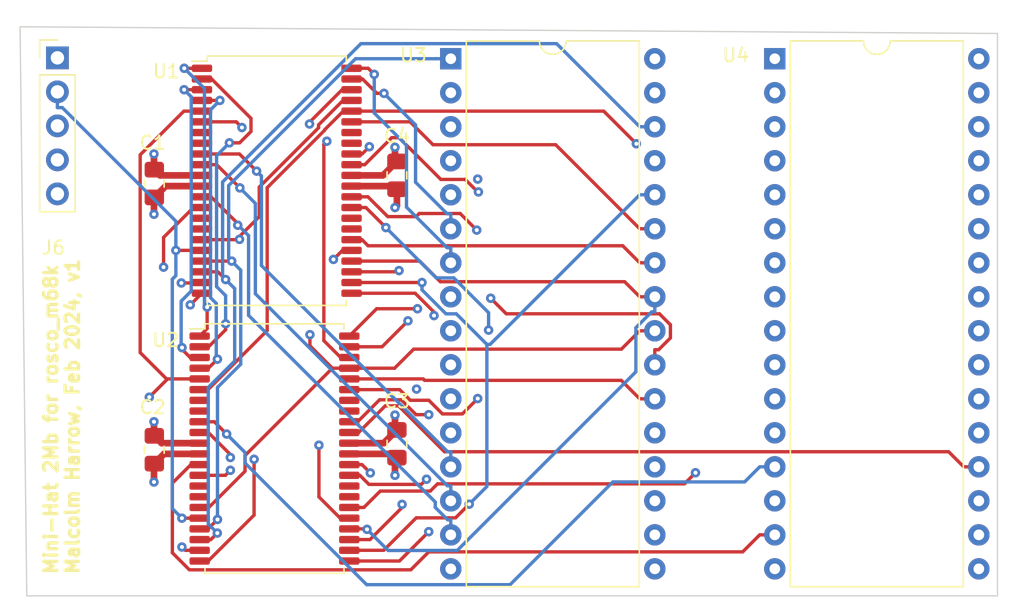
<source format=kicad_pcb>
(kicad_pcb (version 20221018) (generator pcbnew)
  (layers (0 "F.Cu" signal) (1 "In1.Cu" signal) (2 "In2.Cu" signal) (31 "B.Cu" signal) (34 "B.Paste" user) (35 "F.Paste" user) (36 "B.SilkS" user "B.Silkscreen") (37 "F.SilkS" user "F.Silkscreen") (38 "B.Mask" user) (39 "F.Mask" user) (44 "Edge.Cuts" user))
  (net 0 "")
  (net 1 "+5V")
  (net 2 "GND")
  (net 3 "EXPSEL")
  (net 4 "A20")
  (net 5 "A21")
  (net 6 "A22")
  (net 7 "A23")
  (net 8 "A19")
  (net 9 "A17")
  (net 10 "A15")
  (net 11 "A13")
  (net 12 "A8")
  (net 13 "A7")
  (net 14 "A6")
  (net 15 "A5")
  (net 16 "A4")
  (net 17 "A3")
  (net 18 "A2")
  (net 19 "A1")
  (net 20 "D0")
  (net 21 "D1")
  (net 22 "D2")
  (net 23 "D3")
  (net 24 "D4")
  (net 25 "D5")
  (net 26 "D6")
  (net 27 "D7")
  (net 28 "ODDRAMSEL")
  (net 29 "A11")
  (net 30 "WR")
  (net 31 "A12")
  (net 32 "A10")
  (net 33 "A9")
  (net 34 "A14")
  (net 36 "A18")
  (net 37 "A16")
  (net 46 "EVENRAMSEL")
  (net 53 "D8")
  (net 54 "D9")
  (net 55 "D10")
  (net 56 "D11")
  (net 57 "D12")
  (net 58 "D13")
  (net 59 "D14")
  (net 60 "D15")
  (footprint "Connector_PinHeader_2.54mm:PinHeader_1x05_P2.54mm_Vertical" (layer "F.Cu") (at 58.288 52.32)
    (fp_text reference "J6")
    (fp_text value "Conn_01x05")
  )
  (footprint "Package_DIP:DIP-32_W15.24mm" (layer "F.Cu") (at 111.867 52.387)
    (fp_text reference "U4")
    (fp_text value "AS6C4008-55PCN")
  )
  (footprint "Capacitor_SMD:C_0805_2012Metric_Pad1.18x1.45mm_HandSolder" (layer "F.Cu") (at 83.644 61.0955 90)
    (fp_text reference "C4")
    (fp_text value "100uF")
  )
  (footprint "Capacitor_SMD:C_0805_2012Metric_Pad1.18x1.45mm_HandSolder" (layer "F.Cu") (at 83.644 81.146 90)
    (fp_text reference "C3")
    (fp_text value "100uF")
  )
  (footprint "Package_SO:TSOP-II-44_10.16x18.41mm_P0.8mm" (layer "F.Cu") (at 74.67 61.5)
    (fp_text reference "U1")
    (fp_text value "AS6C8008-55ZIN")
  )
  (footprint "Package_DIP:DIP-32_W15.24mm" (layer "F.Cu") (at 87.667 52.387)
    (fp_text reference "U3")
    (fp_text value "AS6C4008-55PCN")
  )
  (footprint "Capacitor_SMD:C_0805_2012Metric_Pad1.18x1.45mm_HandSolder" (layer "F.Cu") (at 65.526 81.5895 -90)
    (fp_text reference "C2")
    (fp_text value "100uF")
  )
  (footprint "Capacitor_SMD:C_0805_2012Metric_Pad1.18x1.45mm_HandSolder" (layer "F.Cu") (at 65.526 61.709 -90)
    (fp_text reference "C1")
    (fp_text value "100uF")
  )
  (footprint "Package_SO:TSOP-II-44_10.16x18.41mm_P0.8mm" (layer "F.Cu") (at 74.5 81.5)
    (fp_text reference "U2")
    (fp_text value "AS6C8008-55ZIN")
  )
  (gr_line (start 128.5 50.5) (end 128.5 92.5) (stroke (width 0.1)) (layer "Edge.Cuts"))
  (gr_line (start 128.5 92.5) (end 56 92.5) (stroke (width 0.1)) (layer "Edge.Cuts"))
  (gr_line (start 56 92.5) (end 55.5 50) (stroke (width 0.1)) (layer "Edge.Cuts"))
  (gr_line (start 55.5 50) (end 128.5 50.5) (stroke (width 0.1)) (layer "Edge.Cuts"))
  (gr_text "Mini-Hat 2Mb for rosco_m68k\nMalcolm Harrow, Feb 2024, v1" (at 60 91 90) (layer "F.SilkS") (effects (font (size 1 1) (thickness 0.25) bold) (justify left bottom)))
  (segment (start 65.5 60.6455) (end 65.526 60.6715) (width 0.5) (layer "F.Cu") (net 1))
  (segment (start 83.5 82.3275) (end 83.644 82.1835) (width 0.5) (layer "F.Cu") (net 1))
  (segment (start 65.526 60.6715) (end 65.9545 61.1) (width 0.5) (layer "F.Cu") (net 1))
  (segment (start 83.644 82.1835) (end 83.3605 81.9) (width 0.5) (layer "F.Cu") (net 1))
  (segment (start 65.5 59.5) (end 65.5 60.6455) (width 0.5) (layer "F.Cu") (net 1))
  (segment (start 83.3605 81.9) (end 80.0875 81.9) (width 0.5) (layer "F.Cu") (net 1))
  (segment (start 65.526 80.552) (end 66.074 81.1) (width 0.5) (layer "F.Cu") (net 1))
  (segment (start 65.5 80.526) (end 65.526 80.552) (width 0.5) (layer "F.Cu") (net 1))
  (segment (start 65.5 79.5) (end 65.5 80.526) (width 0.5) (layer "F.Cu") (net 1))
  (segment (start 83.644 62.133) (end 83.411 61.9) (width 0.5) (layer "F.Cu") (net 1))
  (segment (start 83.644 62.133) (end 83.644 63.356) (width 0.5) (layer "F.Cu") (net 1))
  (segment (start 83.5 83.5) (end 83.5 82.3275) (width 0.5) (layer "F.Cu") (net 1))
  (segment (start 83.644 63.356) (end 83.5 63.5) (width 0.5) (layer "F.Cu") (net 1))
  (segment (start 65.9545 61.1) (end 69.0825 61.1) (width 0.5) (layer "F.Cu") (net 1))
  (segment (start 83.411 61.9) (end 80.2575 61.9) (width 0.5) (layer "F.Cu") (net 1))
  (segment (start 66.074 81.1) (end 68.9125 81.1) (width 0.5) (layer "F.Cu") (net 1))
  (via (at 65.5 79.5) (size 0.7) (drill 0.3) (layers "F.Cu" "B.Cu") (net 1))
  (via (at 83.5 63.5) (size 0.7) (drill 0.3) (layers "F.Cu" "B.Cu") (net 1))
  (via (at 83.5 83.5) (size 0.7) (drill 0.3) (layers "F.Cu" "B.Cu") (net 1))
  (via (at 65.5 59.5) (size 0.7) (drill 0.3) (layers "F.Cu" "B.Cu") (net 1))
  (segment (start 66.253 81.9) (end 68.9125 81.9) (width 0.5) (layer "F.Cu") (net 2))
  (segment (start 65.526 82.627) (end 66.253 81.9) (width 0.5) (layer "F.Cu") (net 2))
  (segment (start 65.5 82.653) (end 65.526 82.627) (width 0.5) (layer "F.Cu") (net 2))
  (segment (start 83.5 79) (end 83.5 79.9645) (width 0.5) (layer "F.Cu") (net 2))
  (segment (start 82.6525 81.1) (end 80.0875 81.1) (width 0.5) (layer "F.Cu") (net 2))
  (segment (start 83.5 79.9645) (end 83.644 80.1085) (width 0.5) (layer "F.Cu") (net 2))
  (segment (start 83.644 60.058) (end 82.602 61.1) (width 0.5) (layer "F.Cu") (net 2))
  (segment (start 66.3725 61.9) (end 69.0825 61.9) (width 0.5) (layer "F.Cu") (net 2))
  (segment (start 65.5 64) (end 65.5 62.7725) (width 0.5) (layer "F.Cu") (net 2))
  (segment (start 83.5 59) (end 83.5 59.914) (width 0.5) (layer "F.Cu") (net 2))
  (segment (start 65.526 62.7465) (end 66.3725 61.9) (width 0.5) (layer "F.Cu") (net 2))
  (segment (start 65.5 84) (end 65.5 82.653) (width 0.5) (layer "F.Cu") (net 2))
  (segment (start 83.5 59.914) (end 83.644 60.058) (width 0.5) (layer "F.Cu") (net 2))
  (segment (start 82.602 61.1) (end 80.2575 61.1) (width 0.5) (layer "F.Cu") (net 2))
  (segment (start 65.5 62.7725) (end 65.526 62.7465) (width 0.5) (layer "F.Cu") (net 2))
  (segment (start 83.644 80.1085) (end 82.6525 81.1) (width 0.5) (layer "F.Cu") (net 2))
  (via (at 83.5 79) (size 0.7) (drill 0.3) (layers "F.Cu" "B.Cu") (net 2))
  (via (at 65.5 84) (size 0.7) (drill 0.3) (layers "F.Cu" "B.Cu") (net 2))
  (via (at 83.5 59) (size 0.7) (drill 0.3) (layers "F.Cu" "B.Cu") (net 2))
  (via (at 65.5 64) (size 0.7) (drill 0.3) (layers "F.Cu" "B.Cu") (net 2))
  (segment (start 68.9125 86.7) (end 67.5867 86.7) (width 0.25) (layer "F.Cu") (net 4))
  (segment (start 69.0825 66.7) (end 67.1355 66.7) (width 0.25) (layer "F.Cu") (net 4))
  (via (at 67.1355 66.7) (size 0.7) (drill 0.3) (layers "F.Cu" "B.Cu") (net 4))
  (via (at 67.5867 86.7) (size 0.7) (drill 0.3) (layers "F.Cu" "B.Cu") (net 4))
  (segment (start 58.288 54.86) (end 58.288 56.0369) (width 0.25) (layer "B.Cu") (net 4))
  (segment (start 66.8674 68.8549) (end 66.8674 85.9807) (width 0.25) (layer "B.Cu") (net 4))
  (segment (start 67.1355 68.5868) (end 66.8674 68.8549) (width 0.25) (layer "B.Cu") (net 4))
  (segment (start 58.288 56.0369) (end 58.6538 56.0369) (width 0.25) (layer "B.Cu") (net 4))
  (segment (start 66.8674 85.9807) (end 67.5867 86.7) (width 0.25) (layer "B.Cu") (net 4))
  (segment (start 67.1355 64.5186) (end 67.1355 66.7) (width 0.25) (layer "B.Cu") (net 4))
  (segment (start 67.1355 66.7) (end 67.1355 68.5868) (width 0.25) (layer "B.Cu") (net 4))
  (segment (start 58.6538 56.0369) (end 67.1355 64.5186) (width 0.25) (layer "B.Cu") (net 4))
  (segment (start 69.5412 87.5) (end 70.2436 86.7976) (width 0.25) (layer "F.Cu") (net 8))
  (segment (start 69.0825 67.5) (end 71.3034 67.5) (width 0.25) (layer "F.Cu") (net 8))
  (segment (start 68.9125 87.5) (end 69.5412 87.5) (width 0.25) (layer "F.Cu") (net 8))
  (via (at 71.3034 67.5) (size 0.7) (drill 0.3) (layers "F.Cu" "B.Cu") (net 8))
  (via (at 70.2436 86.7976) (size 0.7) (drill 0.3) (layers "F.Cu" "B.Cu") (net 8))
  (segment (start 70.2436 76.9373) (end 71.9802 75.2007) (width 0.25) (layer "B.Cu") (net 8))
  (segment (start 71.0783 67.2749) (end 71.3034 67.5) (width 0.25) (layer "B.Cu") (net 8))
  (segment (start 71.9802 75.2007) (end 71.9802 68.1768) (width 0.25) (layer "B.Cu") (net 8))
  (segment (start 80.5502 52.387) (end 71.0783 61.8589) (width 0.25) (layer "B.Cu") (net 8))
  (segment (start 71.0783 61.8589) (end 71.0783 67.2749) (width 0.25) (layer "B.Cu") (net 8))
  (segment (start 71.9802 68.1768) (end 71.3034 67.5) (width 0.25) (layer "B.Cu") (net 8))
  (segment (start 86.5401 52.387) (end 80.5502 52.387) (width 0.25) (layer "B.Cu") (net 8))
  (segment (start 70.2436 86.7976) (end 70.2436 76.9373) (width 0.25) (layer "B.Cu") (net 8))
  (segment (start 87.667 52.387) (end 86.5401 52.387) (width 0.25) (layer "B.Cu") (net 8))
  (segment (start 69.0473 69.1352) (end 69.0825 69.1) (width 0.25) (layer "F.Cu") (net 9))
  (segment (start 67.8347 89.1) (end 67.5895 88.8548) (width 0.25) (layer "F.Cu") (net 9))
  (segment (start 67.5443 69.1352) (end 69.0473 69.1352) (width 0.25) (layer "F.Cu") (net 9))
  (segment (start 68.9125 89.1) (end 67.8347 89.1) (width 0.25) (layer "F.Cu") (net 9))
  (via (at 67.5895 88.8548) (size 0.7) (drill 0.3) (layers "F.Cu" "B.Cu") (net 9))
  (via (at 67.5443 69.1352) (size 0.7) (drill 0.3) (layers "F.Cu" "B.Cu") (net 9))
  (segment (start 86.4146 71.3082) (end 86.4146 71.5702) (width 0.25) (layer "F.Cu") (net 10))
  (segment (start 80.0875 89.9) (end 83.832 89.9) (width 0.25) (layer "F.Cu") (net 10))
  (segment (start 86.4146 71.5702) (end 86.4147 71.5702) (width 0.25) (layer "F.Cu") (net 10))
  (segment (start 85.0064 69.9) (end 86.4146 71.3082) (width 0.25) (layer "F.Cu") (net 10))
  (segment (start 80.2575 69.9) (end 85.0064 69.9) (width 0.25) (layer "F.Cu") (net 10))
  (segment (start 83.832 89.9) (end 86.023 87.709) (width 0.25) (layer "F.Cu") (net 10))
  (via (at 86.023 87.709) (size 0.7) (drill 0.3) (layers "F.Cu" "B.Cu") (net 10))
  (via (at 86.4147 71.5702) (size 0.7) (drill 0.3) (layers "F.Cu" "B.Cu") (net 10))
  (segment (start 84.0296 85.9043) (end 84.0296 85.671) (width 0.25) (layer "F.Cu") (net 11))
  (segment (start 80.2575 68.3) (end 83.7124 68.3) (width 0.25) (layer "F.Cu") (net 11))
  (segment (start 81.6339 88.3) (end 84.0296 85.9043) (width 0.25) (layer "F.Cu") (net 11))
  (segment (start 80.0875 88.3) (end 81.6339 88.3) (width 0.25) (layer "F.Cu") (net 11))
  (segment (start 83.7124 68.3) (end 83.8033 68.2091) (width 0.25) (layer "F.Cu") (net 11))
  (via (at 83.8033 68.2091) (size 0.7) (drill 0.3) (layers "F.Cu" "B.Cu") (net 11))
  (via (at 84.0296 85.671) (size 0.7) (drill 0.3) (layers "F.Cu" "B.Cu") (net 11))
  (segment (start 79.5506 54.7) (end 77.1171 57.1335) (width 0.25) (layer "F.Cu") (net 12))
  (segment (start 80.2575 54.7) (end 79.5506 54.7) (width 0.25) (layer "F.Cu") (net 12))
  (segment (start 80.0875 74.7) (end 79.4421 74.7) (width 0.25) (layer "F.Cu") (net 12))
  (segment (start 78.1884 73.4463) (end 78.1884 58.7722) (width 0.25) (layer "F.Cu") (net 12))
  (segment (start 77.1171 57.1335) (end 77.1171 57.2607) (width 0.25) (layer "F.Cu") (net 12))
  (segment (start 79.4421 74.7) (end 78.1884 73.4463) (width 0.25) (layer "F.Cu") (net 12))
  (segment (start 78.1884 58.7722) (end 78.4135 58.5471) (width 0.25) (layer "F.Cu") (net 12))
  (via (at 78.4135 58.5471) (size 0.7) (drill 0.3) (layers "F.Cu" "B.Cu") (net 12))
  (via (at 77.1171 57.2607) (size 0.7) (drill 0.3) (layers "F.Cu" "B.Cu") (net 12))
  (segment (start 82.15 54.9723) (end 82.6811 54.9723) (width 0.25) (layer "F.Cu") (net 13))
  (segment (start 80.2575 53.9) (end 81.0777 53.9) (width 0.25) (layer "F.Cu") (net 13))
  (segment (start 81.0777 53.9) (end 82.15 54.9723) (width 0.25) (layer "F.Cu") (net 13))
  (segment (start 82.5363 73.9) (end 80.0875 73.9) (width 0.25) (layer "F.Cu") (net 13))
  (segment (start 84.4698 71.9665) (end 82.5363 73.9) (width 0.25) (layer "F.Cu") (net 13))
  (via (at 84.4698 71.9665) (size 0.7) (drill 0.3) (layers "F.Cu" "B.Cu") (net 13))
  (via (at 82.6811 54.9723) (size 0.7) (drill 0.3) (layers "F.Cu" "B.Cu") (net 13))
  (segment (start 85.0366 61.6114) (end 85.0366 57.3278) (width 0.25) (layer "B.Cu") (net 13))
  (segment (start 87.3853 63.9601) (end 85.0366 61.6114) (width 0.25) (layer "B.Cu") (net 13))
  (segment (start 87.667 65.087) (end 87.667 63.9601) (width 0.25) (layer "B.Cu") (net 13))
  (segment (start 85.0366 57.3278) (end 82.6811 54.9723) (width 0.25) (layer "B.Cu") (net 13))
  (segment (start 87.667 63.9601) (end 87.3853 63.9601) (width 0.25) (layer "B.Cu") (net 13))
  (segment (start 80.2575 53.1) (end 81.4985 53.1) (width 0.25) (layer "F.Cu") (net 14))
  (segment (start 82.1279 71.0596) (end 85.1797 71.0596) (width 0.25) (layer "F.Cu") (net 14))
  (segment (start 80.0875 73.1) (end 82.1279 71.0596) (width 0.25) (layer "F.Cu") (net 14))
  (segment (start 81.4985 53.1) (end 81.952 53.5535) (width 0.25) (layer "F.Cu") (net 14))
  (via (at 85.1797 71.0596) (size 0.7) (drill 0.3) (layers "F.Cu" "B.Cu") (net 14))
  (via (at 81.952 53.5535) (size 0.7) (drill 0.3) (layers "F.Cu" "B.Cu") (net 14))
  (segment (start 87.667 66.5001) (end 87.3853 66.5001) (width 0.25) (layer "B.Cu") (net 14))
  (segment (start 84.3596 63.4744) (end 84.3596 58.8534) (width 0.25) (layer "B.Cu") (net 14))
  (segment (start 87.667 67.627) (end 87.667 66.5001) (width 0.25) (layer "B.Cu") (net 14))
  (segment (start 84.3596 58.8534) (end 81.952 56.4458) (width 0.25) (layer "B.Cu") (net 14))
  (segment (start 87.3853 66.5001) (end 84.3596 63.4744) (width 0.25) (layer "B.Cu") (net 14))
  (segment (start 81.952 56.4458) (end 81.952 53.5535) (width 0.25) (layer "B.Cu") (net 14))
  (segment (start 69.0825 53.1) (end 67.7602 53.1) (width 0.25) (layer "F.Cu") (net 15))
  (segment (start 68.9125 73.1) (end 69.4704 72.5421) (width 0.25) (layer "F.Cu") (net 15))
  (segment (start 69.4704 72.5421) (end 69.4704 70.9358) (width 0.25) (layer "F.Cu") (net 15))
  (via (at 69.4704 70.9358) (size 0.7) (drill 0.3) (layers "F.Cu" "B.Cu") (net 15))
  (via (at 67.7602 53.1) (size 0.7) (drill 0.3) (layers "F.Cu" "B.Cu") (net 15))
  (segment (start 69.2707 70.7361) (end 69.2707 54.6105) (width 0.25) (layer "B.Cu") (net 15))
  (segment (start 69.4704 70.9358) (end 69.2707 70.7361) (width 0.25) (layer "B.Cu") (net 15))
  (segment (start 69.2707 54.6105) (end 67.7602 53.1) (width 0.25) (layer "B.Cu") (net 15))
  (segment (start 72.7462 57.8169) (end 72.7462 56.8398) (width 0.25) (layer "F.Cu") (net 16))
  (segment (start 68.9125 73.9) (end 69.5765 73.9) (width 0.25) (layer "F.Cu") (net 16))
  (segment (start 71.1341 58.6694) (end 71.8937 58.6694) (width 0.25) (layer "F.Cu") (net 16))
  (segment (start 72.7462 56.8398) (end 69.8064 53.9) (width 0.25) (layer "F.Cu") (net 16))
  (segment (start 70.8514 72.6251) (end 70.8514 72.1829) (width 0.25) (layer "F.Cu") (net 16))
  (segment (start 71.8937 58.6694) (end 72.7462 57.8169) (width 0.25) (layer "F.Cu") (net 16))
  (segment (start 69.5765 73.9) (end 70.8514 72.6251) (width 0.25) (layer "F.Cu") (net 16))
  (segment (start 69.8064 53.9) (end 69.0825 53.9) (width 0.25) (layer "F.Cu") (net 16))
  (via (at 71.1341 58.6694) (size 0.7) (drill 0.3) (layers "F.Cu" "B.Cu") (net 16))
  (via (at 70.8514 72.1829) (size 0.7) (drill 0.3) (layers "F.Cu" "B.Cu") (net 16))
  (segment (start 70.1745 69.4044) (end 70.1745 59.629) (width 0.25) (layer "B.Cu") (net 16))
  (segment (start 70.8514 72.1829) (end 70.8514 70.0813) (width 0.25) (layer "B.Cu") (net 16))
  (segment (start 70.1745 59.629) (end 71.1341 58.6694) (width 0.25) (layer "B.Cu") (net 16))
  (segment (start 70.8514 70.0813) (end 70.1745 69.4044) (width 0.25) (layer "B.Cu") (net 16))
  (segment (start 68.2068 74.7) (end 67.5948 74.088) (width 0.25) (layer "F.Cu") (net 17))
  (segment (start 67.5948 74.088) (end 67.5948 73.9626) (width 0.25) (layer "F.Cu") (net 17))
  (segment (start 68.9125 74.7) (end 68.2068 74.7) (width 0.25) (layer "F.Cu") (net 17))
  (segment (start 69.0825 54.7) (end 67.7512 54.7) (width 0.25) (layer "F.Cu") (net 17))
  (via (at 67.5948 73.9626) (size 0.7) (drill 0.3) (layers "F.Cu" "B.Cu") (net 17))
  (via (at 67.7512 54.7) (size 0.7) (drill 0.3) (layers "F.Cu" "B.Cu") (net 17))
  (segment (start 68.2816 69.7396) (end 67.5299 70.4913) (width 0.25) (layer "B.Cu") (net 17))
  (segment (start 67.7512 54.7) (end 68.2816 55.2304) (width 0.25) (layer "B.Cu") (net 17))
  (segment (start 67.5299 73.8977) (end 67.5948 73.9626) (width 0.25) (layer "B.Cu") (net 17))
  (segment (start 68.2816 55.2304) (end 68.2816 69.7396) (width 0.25) (layer "B.Cu") (net 17))
  (segment (start 67.5299 70.4913) (end 67.5299 73.8977) (width 0.25) (layer "B.Cu") (net 17))
  (segment (start 69.5648 75.5) (end 70.24 74.8248) (width 0.25) (layer "F.Cu") (net 18))
  (segment (start 68.9125 75.5) (end 69.5648 75.5) (width 0.25) (layer "F.Cu") (net 18))
  (segment (start 69.0825 55.5) (end 70.4225 55.5) (width 0.25) (layer "F.Cu") (net 18))
  (via (at 70.4225 55.5) (size 0.7) (drill 0.3) (layers "F.Cu" "B.Cu") (net 18))
  (via (at 85.1106 77.06) (size 0.7) (drill 0.3) (layers "F.Cu" "B.Cu") (net 18))
  (via (at 70.24 74.8248) (size 0.7) (drill 0.3) (layers "F.Cu" "B.Cu") (net 18))
  (segment (start 70.24 74.8248) (end 70.1527 74.7375) (width 0.25) (layer "B.Cu") (net 18))
  (segment (start 69.7226 56.1999) (end 70.4225 55.5) (width 0.25) (layer "B.Cu") (net 18))
  (segment (start 70.1527 74.7375) (end 70.1527 70.6608) (width 0.25) (layer "B.Cu") (net 18))
  (segment (start 70.1527 70.6608) (end 69.7226 70.2307) (width 0.25) (layer "B.Cu") (net 18))
  (segment (start 69.7226 70.2307) (end 69.7226 56.1999) (width 0.25) (layer "B.Cu") (net 18))
  (segment (start 68.9125 76.3) (end 66.4375 76.3) (width 0.25) (layer "F.Cu") (net 19))
  (segment (start 66.4375 76.3) (end 66.4375 76.3781) (width 0.25) (layer "F.Cu") (net 19))
  (segment (start 66.4375 76.3781) (end 65.1524 77.6632) (width 0.25) (layer "F.Cu") (net 19))
  (segment (start 64.4685 74.331) (end 66.4375 76.3) (width 0.25) (layer "F.Cu") (net 19))
  (segment (start 69.0825 56.3) (end 67.733 56.3) (width 0.25) (layer "F.Cu") (net 19))
  (segment (start 64.4685 59.5645) (end 64.4685 74.331) (width 0.25) (layer "F.Cu") (net 19))
  (segment (start 67.733 56.3) (end 64.4685 59.5645) (width 0.25) (layer "F.Cu") (net 19))
  (via (at 65.1524 77.6632) (size 0.7) (drill 0.3) (layers "F.Cu" "B.Cu") (net 19))
  (segment (start 69.0825 59.5) (end 71.8826 59.5) (width 0.25) (layer "F.Cu") (net 20))
  (segment (start 71.8826 59.5) (end 73.1627 60.7801) (width 0.25) (layer "F.Cu") (net 20))
  (via (at 73.1627 60.7801) (size 0.7) (drill 0.3) (layers "F.Cu" "B.Cu") (net 20))
  (segment (start 73.5243 67.8325) (end 73.5243 61.1417) (width 0.25) (layer "B.Cu") (net 20))
  (segment (start 87.667 81.7401) (end 87.4319 81.7401) (width 0.25) (layer "B.Cu") (net 20))
  (segment (start 87.4319 81.7401) (end 73.5243 67.8325) (width 0.25) (layer "B.Cu") (net 20))
  (segment (start 87.667 82.867) (end 87.667 81.7401) (width 0.25) (layer "B.Cu") (net 20))
  (segment (start 73.5243 61.1417) (end 73.1627 60.7801) (width 0.25) (layer "B.Cu") (net 20))
  (segment (start 69.0825 60.3) (end 70.1827 60.3) (width 0.25) (layer "F.Cu") (net 21))
  (segment (start 70.1827 60.3) (end 71.9169 62.0342) (width 0.25) (layer "F.Cu") (net 21))
  (via (at 71.9169 62.0342) (size 0.7) (drill 0.3) (layers "F.Cu" "B.Cu") (net 21))
  (segment (start 87.667 85.407) (end 87.667 84.2801) (width 0.25) (layer "B.Cu") (net 21))
  (segment (start 87.667 84.2801) (end 87.4181 84.2801) (width 0.25) (layer "B.Cu") (net 21))
  (segment (start 73.0724 69.9344) (end 73.0724 63.1897) (width 0.25) (layer "B.Cu") (net 21))
  (segment (start 73.0724 63.1897) (end 71.9169 62.0342) (width 0.25) (layer "B.Cu") (net 21))
  (segment (start 87.4181 84.2801) (end 73.0724 69.9344) (width 0.25) (layer "B.Cu") (net 21))
  (segment (start 71.7553 64.6926) (end 71.7553 64.8216) (width 0.25) (layer "F.Cu") (net 22))
  (segment (start 69.7627 62.7) (end 71.7553 64.6926) (width 0.25) (layer "F.Cu") (net 22))
  (segment (start 69.0825 62.7) (end 69.7627 62.7) (width 0.25) (layer "F.Cu") (net 22))
  (via (at 71.7553 64.8216) (size 0.7) (drill 0.3) (layers "F.Cu" "B.Cu") (net 22))
  (segment (start 72.5654 65.5958) (end 71.7912 64.8216) (width 0.25) (layer "B.Cu") (net 22))
  (segment (start 72.5654 71.5537) (end 72.5654 65.5958) (width 0.25) (layer "B.Cu") (net 22))
  (segment (start 86.5079 85.8945) (end 86.5079 85.4962) (width 0.25) (layer "B.Cu") (net 22))
  (segment (start 86.5079 85.4962) (end 72.5654 71.5537) (width 0.25) (layer "B.Cu") (net 22))
  (segment (start 87.667 87.947) (end 87.667 86.8201) (width 0.25) (layer "B.Cu") (net 22))
  (segment (start 71.7912 64.8216) (end 71.7553 64.8216) (width 0.25) (layer "B.Cu") (net 22))
  (segment (start 87.667 86.8201) (end 87.4335 86.8201) (width 0.25) (layer "B.Cu") (net 22))
  (segment (start 87.4335 86.8201) (end 86.5079 85.8945) (width 0.25) (layer "B.Cu") (net 22))
  (segment (start 68.4494 63.5) (end 66.2163 65.7331) (width 0.25) (layer "F.Cu") (net 23))
  (segment (start 69.0825 63.5) (end 68.4494 63.5) (width 0.25) (layer "F.Cu") (net 23))
  (segment (start 66.2163 65.7331) (end 66.2163 67.9525) (width 0.25) (layer "F.Cu") (net 23))
  (via (at 66.2163 67.9525) (size 0.7) (drill 0.3) (layers "F.Cu" "B.Cu") (net 23))
  (segment (start 81.3239 63.5) (end 82.8201 64.9962) (width 0.25) (layer "F.Cu") (net 24))
  (segment (start 80.2575 63.5) (end 81.3239 63.5) (width 0.25) (layer "F.Cu") (net 24))
  (via (at 82.8201 64.9962) (size 0.7) (drill 0.3) (layers "F.Cu" "B.Cu") (net 24))
  (via (at 90.4905 72.6548) (size 0.7) (drill 0.3) (layers "F.Cu" "B.Cu") (net 24))
  (segment (start 86.579 68.7551) (end 82.8201 64.9962) (width 0.25) (layer "B.Cu") (net 24))
  (segment (start 87.8941 68.7551) (end 86.579 68.7551) (width 0.25) (layer "B.Cu") (net 24))
  (segment (start 90.4905 72.6548) (end 90.4905 71.3515) (width 0.25) (layer "B.Cu") (net 24))
  (segment (start 90.4905 71.3515) (end 87.8941 68.7551) (width 0.25) (layer "B.Cu") (net 24))
  (segment (start 85.3136 63.946) (end 88.3673 63.946) (width 0.25) (layer "F.Cu") (net 25))
  (segment (start 81.4813 62.7) (end 82.9594 64.1781) (width 0.25) (layer "F.Cu") (net 25))
  (segment (start 88.3673 63.946) (end 89.606 65.1847) (width 0.25) (layer "F.Cu") (net 25))
  (segment (start 80.2575 62.7) (end 81.4813 62.7) (width 0.25) (layer "F.Cu") (net 25))
  (segment (start 82.9594 64.1781) (end 85.0815 64.1781) (width 0.25) (layer "F.Cu") (net 25))
  (segment (start 85.0815 64.1781) (end 85.3136 63.946) (width 0.25) (layer "F.Cu") (net 25))
  (via (at 89.606 65.1847) (size 0.7) (drill 0.3) (layers "F.Cu" "B.Cu") (net 25))
  (segment (start 88.7478 61.4019) (end 88.7478 61.402) (width 0.25) (layer "F.Cu") (net 26))
  (segment (start 81.2404 60.3) (end 83.2585 58.2819) (width 0.25) (layer "F.Cu") (net 26))
  (segment (start 88.7478 61.402) (end 89.6812 62.3354) (width 0.25) (layer "F.Cu") (net 26))
  (segment (start 89.6812 62.3354) (end 89.7339 62.3354) (width 0.25) (layer "F.Cu") (net 26))
  (segment (start 86.9236 61.4019) (end 88.7478 61.4019) (width 0.25) (layer "F.Cu") (net 26))
  (segment (start 80.2575 60.3) (end 81.2404 60.3) (width 0.25) (layer "F.Cu") (net 26))
  (segment (start 83.8036 58.2819) (end 86.9236 61.4019) (width 0.25) (layer "F.Cu") (net 26))
  (segment (start 83.2585 58.2819) (end 83.8036 58.2819) (width 0.25) (layer "F.Cu") (net 26))
  (via (at 89.7339 62.3354) (size 0.7) (drill 0.3) (layers "F.Cu" "B.Cu") (net 26))
  (segment (start 81.0459 59.5) (end 81.5874 58.9585) (width 0.25) (layer "F.Cu") (net 27))
  (segment (start 80.2575 59.5) (end 81.0459 59.5) (width 0.25) (layer "F.Cu") (net 27))
  (via (at 81.5874 58.9585) (size 0.7) (drill 0.3) (layers "F.Cu" "B.Cu") (net 27))
  (via (at 89.6786 61.3756) (size 0.7) (drill 0.3) (layers "F.Cu" "B.Cu") (net 27))
  (segment (start 72.0693 57.5255) (end 71.6438 57.1) (width 0.25) (layer "F.Cu") (net 28))
  (segment (start 85.6062 76.3) (end 85.7142 76.408) (width 0.25) (layer "F.Cu") (net 28))
  (segment (start 71.6438 57.1) (end 69.0825 57.1) (width 0.25) (layer "F.Cu") (net 28))
  (segment (start 80.0875 76.3) (end 85.6062 76.3) (width 0.25) (layer "F.Cu") (net 28))
  (segment (start 102.907 77.787) (end 101.7801 77.787) (width 0.25) (layer "F.Cu") (net 28))
  (segment (start 100.4011 76.408) (end 101.7801 77.787) (width 0.25) (layer "F.Cu") (net 28))
  (segment (start 85.7142 76.408) (end 100.4011 76.408) (width 0.25) (layer "F.Cu") (net 28))
  (via (at 72.0693 57.5255) (size 0.7) (drill 0.3) (layers "F.Cu" "B.Cu") (net 28))
  (segment (start 77.8197 85.1125) (end 77.8197 81.2479) (width 0.25) (layer "F.Cu") (net 29))
  (segment (start 104.0712 72.256) (end 103.2522 71.437) (width 0.25) (layer "F.Cu") (net 29))
  (segment (start 102.907 74.1201) (end 103.1887 74.1201) (width 0.25) (layer "F.Cu") (net 29))
  (segment (start 104.0712 73.2376) (end 104.0712 72.256) (width 0.25) (layer "F.Cu") (net 29))
  (segment (start 78.904 67.3755) (end 79.5795 66.7) (width 0.25) (layer "F.Cu") (net 29))
  (segment (start 79.4072 86.7) (end 77.8197 85.1125) (width 0.25) (layer "F.Cu") (net 29))
  (segment (start 102.907 75.247) (end 102.907 74.1201) (width 0.25) (layer "F.Cu") (net 29))
  (segment (start 103.2522 71.437) (end 91.811 71.437) (width 0.25) (layer "F.Cu") (net 29))
  (segment (start 79.5795 66.7) (end 80.2575 66.7) (width 0.25) (layer "F.Cu") (net 29))
  (segment (start 103.1887 74.1201) (end 104.0712 73.2376) (width 0.25) (layer "F.Cu") (net 29))
  (segment (start 80.0875 86.7) (end 79.4072 86.7) (width 0.25) (layer "F.Cu") (net 29))
  (segment (start 91.811 71.437) (end 90.6486 70.2746) (width 0.25) (layer "F.Cu") (net 29))
  (via (at 77.8197 81.2479) (size 0.7) (drill 0.3) (layers "F.Cu" "B.Cu") (net 29))
  (via (at 90.6486 70.2746) (size 0.7) (drill 0.3) (layers "F.Cu" "B.Cu") (net 29))
  (via (at 78.904 67.3755) (size 0.7) (drill 0.3) (layers "F.Cu" "B.Cu") (net 29))
  (segment (start 72.3 83.1935) (end 69.5935 85.9) (width 0.25) (layer "F.Cu") (net 30))
  (segment (start 79.62 55.5) (end 80.2575 55.5) (width 0.25) (layer "F.Cu") (net 30))
  (segment (start 71.7795 65.7672) (end 73.3619 64.1848) (width 0.25) (layer "F.Cu") (net 30))
  (segment (start 100.4111 74.076) (end 101.7801 72.707) (width 0.25) (layer "F.Cu") (net 30))
  (segment (start 77.794 57.5411) (end 77.794 57.326) (width 0.25) (layer "F.Cu") (net 30))
  (segment (start 73.3619 64.1848) (end 73.3619 61.9732) (width 0.25) (layer "F.Cu") (net 30))
  (segment (start 71.8885 65.8762) (end 71.7795 65.7672) (width 0.25) (layer "F.Cu") (net 30))
  (segment (start 84.8965 74.076) (end 100.4111 74.076) (width 0.25) (layer "F.Cu") (net 30))
  (segment (start 80.0875 75.5) (end 83.4725 75.5) (width 0.25) (layer "F.Cu") (net 30))
  (segment (start 71.6467 65.9) (end 71.7795 65.7672) (width 0.25) (layer "F.Cu") (net 30))
  (segment (start 80.0875 75.5) (end 78.8233 75.5) (width 0.25) (layer "F.Cu") (net 30))
  (segment (start 69.0825 65.9) (end 71.6467 65.9) (width 0.25) (layer "F.Cu") (net 30))
  (segment (start 78.8233 75.5) (end 72.3 82.0233) (width 0.25) (layer "F.Cu") (net 30))
  (segment (start 83.4725 75.5) (end 84.8965 74.076) (width 0.25) (layer "F.Cu") (net 30))
  (segment (start 102.907 72.707) (end 101.7801 72.707) (width 0.25) (layer "F.Cu") (net 30))
  (segment (start 78.8233 75.5) (end 77.1481 73.8248) (width 0.25) (layer "F.Cu") (net 30))
  (segment (start 72.3 82.0233) (end 72.3 83.1935) (width 0.25) (layer "F.Cu") (net 30))
  (segment (start 69.5935 85.9) (end 68.9125 85.9) (width 0.25) (layer "F.Cu") (net 30))
  (segment (start 77.1481 73.8248) (end 77.1481 72.994) (width 0.25) (layer "F.Cu") (net 30))
  (segment (start 73.3619 61.9732) (end 77.794 57.5411) (width 0.25) (layer "F.Cu") (net 30))
  (segment (start 77.794 57.326) (end 79.62 55.5) (width 0.25) (layer "F.Cu") (net 30))
  (via (at 71.8885 65.8762) (size 0.7) (drill 0.3) (layers "F.Cu" "B.Cu") (net 30))
  (via (at 77.1481 72.994) (size 0.7) (drill 0.3) (layers "F.Cu" "B.Cu") (net 30))
  (segment (start 80.0875 87.5) (end 81.3759 87.5) (width 0.25) (layer "F.Cu") (net 31))
  (segment (start 81.3759 87.5) (end 81.4107 87.5348) (width 0.25) (layer "F.Cu") (net 31))
  (segment (start 102.907 70.167) (end 101.7801 70.167) (width 0.25) (layer "F.Cu") (net 31))
  (segment (start 86.8864 69.0401) (end 85.3463 67.5) (width 0.25) (layer "F.Cu") (net 31))
  (segment (start 85.3463 67.5) (end 80.2575 67.5) (width 0.25) (layer "F.Cu") (net 31))
  (segment (start 100.6532 69.0401) (end 86.8864 69.0401) (width 0.25) (layer "F.Cu") (net 31))
  (segment (start 101.7801 70.167) (end 100.6532 69.0401) (width 0.25) (layer "F.Cu") (net 31))
  (via (at 81.4107 87.5348) (size 0.7) (drill 0.3) (layers "F.Cu" "B.Cu") (net 31))
  (segment (start 81.4107 87.5348) (end 82.9893 89.1134) (width 0.25) (layer "B.Cu") (net 31))
  (segment (start 82.9893 89.1134) (end 88.1496 89.1134) (width 0.25) (layer "B.Cu") (net 31))
  (segment (start 102.907 70.167) (end 102.907 71.2939) (width 0.25) (layer "B.Cu") (net 31))
  (segment (start 88.1496 89.1134) (end 101.4924 75.7706) (width 0.25) (layer "B.Cu") (net 31))
  (segment (start 101.4924 75.7706) (end 101.4924 72.475) (width 0.25) (layer "B.Cu") (net 31))
  (segment (start 101.4924 72.475) (end 102.6735 71.2939) (width 0.25) (layer "B.Cu") (net 31))
  (segment (start 102.6735 71.2939) (end 102.907 71.2939) (width 0.25) (layer "B.Cu") (net 31))
  (segment (start 100.5101 66.357) (end 101.7801 67.627) (width 0.25) (layer "F.Cu") (net 32))
  (segment (start 80.2575 65.9) (end 81.0335 65.9) (width 0.25) (layer "F.Cu") (net 32))
  (segment (start 81.4905 66.357) (end 100.5101 66.357) (width 0.25) (layer "F.Cu") (net 32))
  (segment (start 82.4003 84.6756) (end 86.1373 84.6756) (width 0.25) (layer "F.Cu") (net 32))
  (segment (start 102.907 67.627) (end 101.7801 67.627) (width 0.25) (layer "F.Cu") (net 32))
  (segment (start 80.0875 85.9) (end 81.1759 85.9) (width 0.25) (layer "F.Cu") (net 32))
  (segment (start 86.6759 84.137) (end 105.1145 84.137) (width 0.25) (layer "F.Cu") (net 32))
  (segment (start 86.1373 84.6756) (end 86.6759 84.137) (width 0.25) (layer "F.Cu") (net 32))
  (segment (start 81.0335 65.9) (end 81.4905 66.357) (width 0.25) (layer "F.Cu") (net 32))
  (segment (start 81.1759 85.9) (end 82.4003 84.6756) (width 0.25) (layer "F.Cu") (net 32))
  (segment (start 105.1145 84.137) (end 105.9441 83.3074) (width 0.25) (layer "F.Cu") (net 32))
  (via (at 105.9441 83.3074) (size 0.7) (drill 0.3) (layers "F.Cu" "B.Cu") (net 32))
  (segment (start 102.907 65.087) (end 101.7801 65.087) (width 0.25) (layer "F.Cu") (net 33))
  (segment (start 86.029 77.8956) (end 84.6451 77.8956) (width 0.25) (layer "F.Cu") (net 33))
  (segment (start 87.0473 78.9139) (end 86.029 77.8956) (width 0.25) (layer "F.Cu") (net 33))
  (segment (start 86.3375 58.8094) (end 84.6281 57.1) (width 0.25) (layer "F.Cu") (net 33))
  (segment (start 84.6451 77.8956) (end 83.8495 77.1) (width 0.25) (layer "F.Cu") (net 33))
  (segment (start 89.6786 77.7659) (end 88.5306 78.9139) (width 0.25) (layer "F.Cu") (net 33))
  (segment (start 95.5025 58.8094) (end 86.3375 58.8094) (width 0.25) (layer "F.Cu") (net 33))
  (segment (start 101.7801 65.087) (end 95.5025 58.8094) (width 0.25) (layer "F.Cu") (net 33))
  (segment (start 88.5306 78.9139) (end 87.0473 78.9139) (width 0.25) (layer "F.Cu") (net 33))
  (segment (start 83.8495 77.1) (end 80.0875 77.1) (width 0.25) (layer "F.Cu") (net 33))
  (segment (start 84.6281 57.1) (end 80.2575 57.1) (width 0.25) (layer "F.Cu") (net 33))
  (via (at 89.6786 77.7659) (size 0.7) (drill 0.3) (layers "F.Cu" "B.Cu") (net 33))
  (segment (start 80.2575 69.1) (end 85.5174 69.1) (width 0.25) (layer "F.Cu") (net 34))
  (segment (start 85.0845 86.677) (end 88.0207 86.677) (width 0.25) (layer "F.Cu") (net 34))
  (segment (start 88.0207 86.677) (end 89.0443 85.6534) (width 0.25) (layer "F.Cu") (net 34))
  (segment (start 82.6615 89.1) (end 85.0845 86.677) (width 0.25) (layer "F.Cu") (net 34))
  (segment (start 80.0875 89.1) (end 82.6615 89.1) (width 0.25) (layer "F.Cu") (net 34))
  (via (at 89.0443 85.6534) (size 0.7) (drill 0.3) (layers "F.Cu" "B.Cu") (net 34))
  (via (at 85.5174 69.1) (size 0.7) (drill 0.3) (layers "F.Cu" "B.Cu") (net 34))
  (segment (start 89.0443 85.6534) (end 90.3621 84.3356) (width 0.25) (layer "B.Cu") (net 34))
  (segment (start 90.3621 73.7209) (end 90.6062 73.7209) (width 0.25) (layer "B.Cu") (net 34))
  (segment (start 90.6062 73.7209) (end 101.7801 62.547) (width 0.25) (layer "B.Cu") (net 34))
  (segment (start 90.3621 84.3356) (end 90.3621 73.7209) (width 0.25) (layer "B.Cu") (net 34))
  (segment (start 87.3068 71.44) (end 85.5174 69.6506) (width 0.25) (layer "B.Cu") (net 34))
  (segment (start 102.907 62.547) (end 101.7801 62.547) (width 0.25) (layer "B.Cu") (net 34))
  (segment (start 90.3621 73.7209) (end 88.0812 71.44) (width 0.25) (layer "B.Cu") (net 34))
  (segment (start 88.0812 71.44) (end 87.3068 71.44) (width 0.25) (layer "B.Cu") (net 34))
  (segment (start 85.5174 69.6506) (end 85.5174 69.1) (width 0.25) (layer "B.Cu") (net 34))
  (segment (start 69.7441 88.3) (end 70.2303 87.8138) (width 0.25) (layer "F.Cu") (net 36))
  (segment (start 70.2739 68.3) (end 70.8515 68.8776) (width 0.25) (layer "F.Cu") (net 36))
  (segment (start 68.9125 88.3) (end 69.7441 88.3) (width 0.25) (layer "F.Cu") (net 36))
  (segment (start 69.0825 68.3) (end 70.2739 68.3) (width 0.25) (layer "F.Cu") (net 36))
  (via (at 70.8515 68.8776) (size 0.7) (drill 0.3) (layers "F.Cu" "B.Cu") (net 36))
  (via (at 70.2303 87.8138) (size 0.7) (drill 0.3) (layers "F.Cu" "B.Cu") (net 36))
  (segment (start 70.6264 61.591) (end 70.6264 68.6525) (width 0.25) (layer "B.Cu") (net 36))
  (segment (start 80.9573 51.2601) (end 70.6264 61.591) (width 0.25) (layer "B.Cu") (net 36))
  (segment (start 70.6264 68.6525) (end 70.8515 68.8776) (width 0.25) (layer "B.Cu") (net 36))
  (segment (start 70.2303 87.8138) (end 69.5538 87.1373) (width 0.25) (layer "B.Cu") (net 36))
  (segment (start 71.5283 74.9609) (end 71.5283 69.5544) (width 0.25) (layer "B.Cu") (net 36))
  (segment (start 69.5538 76.9354) (end 71.5283 74.9609) (width 0.25) (layer "B.Cu") (net 36))
  (segment (start 101.7801 57.467) (end 95.5732 51.2601) (width 0.25) (layer "B.Cu") (net 36))
  (segment (start 71.5283 69.5544) (end 70.8515 68.8776) (width 0.25) (layer "B.Cu") (net 36))
  (segment (start 69.5538 87.1373) (end 69.5538 76.9354) (width 0.25) (layer "B.Cu") (net 36))
  (segment (start 102.907 57.467) (end 101.7801 57.467) (width 0.25) (layer "B.Cu") (net 36))
  (segment (start 95.5732 51.2601) (end 80.9573 51.2601) (width 0.25) (layer "B.Cu") (net 36))
  (segment (start 72.9769 86.4689) (end 72.9769 82.3036) (width 0.25) (layer "F.Cu") (net 37))
  (segment (start 68.9125 89.9) (end 69.5458 89.9) (width 0.25) (layer "F.Cu") (net 37))
  (segment (start 68.2109 70.7716) (end 69.0825 69.9) (width 0.25) (layer "F.Cu") (net 37))
  (segment (start 68.2068 70.7716) (end 68.2109 70.7716) (width 0.25) (layer "F.Cu") (net 37))
  (segment (start 69.5458 89.9) (end 72.9769 86.4689) (width 0.25) (layer "F.Cu") (net 37))
  (via (at 68.2068 70.7716) (size 0.7) (drill 0.3) (layers "F.Cu" "B.Cu") (net 37))
  (via (at 72.9769 82.3036) (size 0.7) (drill 0.3) (layers "F.Cu" "B.Cu") (net 37))
  (segment (start 99.0914 56.3) (end 101.5284 58.737) (width 0.25) (layer "F.Cu") (net 46))
  (segment (start 69.5403 77.1) (end 73.9555 72.6848) (width 0.25) (layer "F.Cu") (net 46))
  (segment (start 73.9555 62.0187) (end 78.2459 57.7283) (width 0.25) (layer "F.Cu") (net 46))
  (segment (start 73.9555 72.6848) (end 73.9555 62.0187) (width 0.25) (layer "F.Cu") (net 46))
  (segment (start 68.9125 77.1) (end 69.5403 77.1) (width 0.25) (layer "F.Cu") (net 46))
  (segment (start 78.2459 57.7283) (end 78.2459 57.6911) (width 0.25) (layer "F.Cu") (net 46))
  (segment (start 80.2575 56.3) (end 99.0914 56.3) (width 0.25) (layer "F.Cu") (net 46))
  (segment (start 78.2459 57.6911) (end 79.637 56.3) (width 0.25) (layer "F.Cu") (net 46))
  (segment (start 79.637 56.3) (end 80.2575 56.3) (width 0.25) (layer "F.Cu") (net 46))
  (via (at 101.5284 58.737) (size 0.7) (drill 0.3) (layers "F.Cu" "B.Cu") (net 46))
  (segment (start 70.0095 79.5) (end 70.9262 80.4167) (width 0.25) (layer "F.Cu") (net 53))
  (segment (start 68.9125 79.5) (end 70.0095 79.5) (width 0.25) (layer "F.Cu") (net 53))
  (via (at 70.9262 80.4167) (size 0.7) (drill 0.3) (layers "F.Cu" "B.Cu") (net 53))
  (segment (start 110.7401 82.867) (end 109.6132 83.9939) (width 0.25) (layer "B.Cu") (net 53))
  (segment (start 99.7725 83.9939) (end 92.0996 91.6668) (width 0.25) (layer "B.Cu") (net 53))
  (segment (start 72.3 81.7905) (end 70.9262 80.4167) (width 0.25) (layer "B.Cu") (net 53))
  (segment (start 109.6132 83.9939) (end 99.7725 83.9939) (width 0.25) (layer "B.Cu") (net 53))
  (segment (start 111.867 82.867) (end 110.7401 82.867) (width 0.25) (layer "B.Cu") (net 53))
  (segment (start 92.0996 91.6668) (end 81.3829 91.6668) (width 0.25) (layer "B.Cu") (net 53))
  (segment (start 72.3 82.5839) (end 72.3 81.7905) (width 0.25) (layer "B.Cu") (net 53))
  (segment (start 81.3829 91.6668) (end 72.3 82.5839) (width 0.25) (layer "B.Cu") (net 53))
  (segment (start 71.2038 81.9453) (end 71.2038 82.1687) (width 0.25) (layer "F.Cu") (net 54))
  (segment (start 69.5585 80.3) (end 71.2038 81.9453) (width 0.25) (layer "F.Cu") (net 54))
  (segment (start 68.9125 80.3) (end 69.5585 80.3) (width 0.25) (layer "F.Cu") (net 54))
  (via (at 71.2038 82.1687) (size 0.7) (drill 0.3) (layers "F.Cu" "B.Cu") (net 54))
  (segment (start 111.867 87.947) (end 110.7401 87.947) (width 0.25) (layer "F.Cu") (net 55))
  (segment (start 84.6814 90.559) (end 86.0234 89.217) (width 0.25) (layer "F.Cu") (net 55))
  (segment (start 68.2585 82.7) (end 66.874 84.0845) (width 0.25) (layer "F.Cu") (net 55))
  (segment (start 68.1477 90.559) (end 84.6814 90.559) (width 0.25) (layer "F.Cu") (net 55))
  (segment (start 86.0234 89.217) (end 109.4701 89.217) (width 0.25) (layer "F.Cu") (net 55))
  (segment (start 66.874 84.0845) (end 66.874 89.2853) (width 0.25) (layer "F.Cu") (net 55))
  (segment (start 109.4701 89.217) (end 110.7401 87.947) (width 0.25) (layer "F.Cu") (net 55))
  (segment (start 66.874 89.2853) (end 68.1477 90.559) (width 0.25) (layer "F.Cu") (net 55))
  (segment (start 68.9125 82.7) (end 68.2585 82.7) (width 0.25) (layer "F.Cu") (net 55))
  (segment (start 68.9125 83.5) (end 70.8318 83.5) (width 0.25) (layer "F.Cu") (net 56))
  (segment (start 70.8318 83.5) (end 71.2054 83.1264) (width 0.25) (layer "F.Cu") (net 56))
  (via (at 71.2054 83.1264) (size 0.7) (drill 0.3) (layers "F.Cu" "B.Cu") (net 56))
  (segment (start 81.5544 84.177) (end 85.4704 84.177) (width 0.25) (layer "F.Cu") (net 57))
  (segment (start 80.8774 83.5) (end 81.5544 84.177) (width 0.25) (layer "F.Cu") (net 57))
  (segment (start 80.0875 83.5) (end 80.8774 83.5) (width 0.25) (layer "F.Cu") (net 57))
  (segment (start 85.4704 84.177) (end 85.8559 83.7915) (width 0.25) (layer "F.Cu") (net 57))
  (via (at 85.8559 83.7915) (size 0.7) (drill 0.3) (layers "F.Cu" "B.Cu") (net 57))
  (segment (start 80.0875 82.7) (end 81.0346 82.7) (width 0.25) (layer "F.Cu") (net 58))
  (segment (start 81.0346 82.7) (end 81.6581 83.3235) (width 0.25) (layer "F.Cu") (net 58))
  (via (at 81.6581 83.3235) (size 0.7) (drill 0.3) (layers "F.Cu" "B.Cu") (net 58))
  (segment (start 87.1974 81.7401) (end 124.8532 81.7401) (width 0.25) (layer "F.Cu") (net 59))
  (segment (start 83.7711 78.3138) (end 87.1974 81.7401) (width 0.25) (layer "F.Cu") (net 59))
  (segment (start 82.7703 78.3138) (end 83.7711 78.3138) (width 0.25) (layer "F.Cu") (net 59))
  (segment (start 124.8532 81.7401) (end 125.9801 82.867) (width 0.25) (layer "F.Cu") (net 59))
  (segment (start 80.7841 80.3) (end 82.7703 78.3138) (width 0.25) (layer "F.Cu") (net 59))
  (segment (start 127.107 82.867) (end 125.9801 82.867) (width 0.25) (layer "F.Cu") (net 59))
  (segment (start 80.0875 80.3) (end 80.7841 80.3) (width 0.25) (layer "F.Cu") (net 59))
  (segment (start 86.0229 78.9699) (end 85.0723 78.9699) (width 0.25) (layer "F.Cu") (net 60))
  (segment (start 83.9622 77.8598) (end 82.3477 77.8598) (width 0.25) (layer "F.Cu") (net 60))
  (segment (start 80.7075 79.5) (end 80.0875 79.5) (width 0.25) (layer "F.Cu") (net 60))
  (segment (start 82.3477 77.8598) (end 80.7075 79.5) (width 0.25) (layer "F.Cu") (net 60))
  (segment (start 85.0723 78.9699) (end 83.9622 77.8598) (width 0.25) (layer "F.Cu") (net 60))
  (via (at 86.0229 78.9699) (size 0.7) (drill 0.3) (layers "F.Cu" "B.Cu") (net 60))
)
</source>
